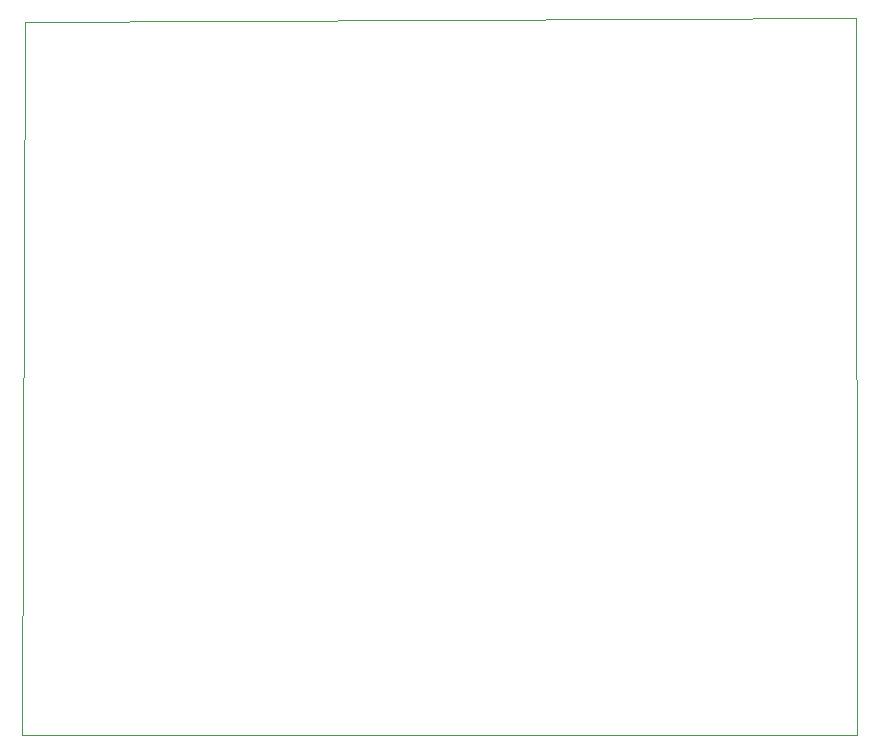
<source format=gbr>
%TF.GenerationSoftware,KiCad,Pcbnew,(6.0.2)*%
%TF.CreationDate,2022-03-09T23:50:45-05:00*%
%TF.ProjectId,car (1),63617220-2831-4292-9e6b-696361645f70,rev?*%
%TF.SameCoordinates,Original*%
%TF.FileFunction,Profile,NP*%
%FSLAX46Y46*%
G04 Gerber Fmt 4.6, Leading zero omitted, Abs format (unit mm)*
G04 Created by KiCad (PCBNEW (6.0.2)) date 2022-03-09 23:50:45*
%MOMM*%
%LPD*%
G01*
G04 APERTURE LIST*
%TA.AperFunction,Profile*%
%ADD10C,0.100000*%
%TD*%
G04 APERTURE END LIST*
D10*
X53340000Y-50698400D02*
X123647200Y-50393600D01*
X123799600Y-111048800D02*
X53035200Y-111099600D01*
X53035200Y-111099600D02*
X53340000Y-50698400D01*
X123647200Y-50393600D02*
X123799600Y-111048800D01*
M02*

</source>
